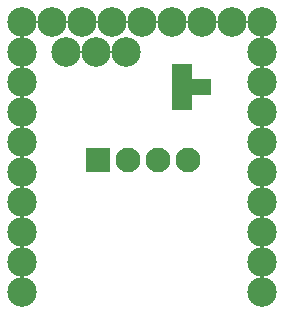
<source format=gbr>
G04 #@! TF.FileFunction,Soldermask,Top*
%FSLAX46Y46*%
G04 Gerber Fmt 4.6, Leading zero omitted, Abs format (unit mm)*
G04 Created by KiCad (PCBNEW 4.0.6) date 12/07/19 10:47:13*
%MOMM*%
%LPD*%
G01*
G04 APERTURE LIST*
%ADD10C,0.100000*%
%ADD11C,2.500000*%
%ADD12R,2.100000X2.100000*%
%ADD13C,2.100000*%
%ADD14R,1.670000X1.370000*%
G04 APERTURE END LIST*
D10*
D11*
X161581000Y-67845000D03*
X161581000Y-70385000D03*
X161581000Y-72925000D03*
X161581000Y-75465000D03*
X161581000Y-78005000D03*
X161581000Y-80545000D03*
X161581000Y-83085000D03*
X161581000Y-85625000D03*
X161581000Y-88165000D03*
X161581000Y-65305000D03*
X159041000Y-65305000D03*
X156501000Y-65305000D03*
X153961000Y-65305000D03*
X151421000Y-65305000D03*
X148881000Y-65305000D03*
X146341000Y-65305000D03*
X143801000Y-65305000D03*
X141261000Y-65305000D03*
X141261000Y-67845000D03*
X141261000Y-70385000D03*
X141261000Y-72925000D03*
X141261000Y-75465000D03*
X141261000Y-78005000D03*
X141261000Y-80545000D03*
X141261000Y-83085000D03*
X141261000Y-85625000D03*
X141261000Y-88165000D03*
D12*
X147711000Y-77025000D03*
D13*
X150251000Y-77025000D03*
X152791000Y-77025000D03*
X155331000Y-77025000D03*
D11*
X145061000Y-67875000D03*
X147601000Y-67875000D03*
X150141000Y-67875000D03*
D14*
X154886000Y-72070000D03*
X154886000Y-70800000D03*
X154886000Y-69530000D03*
X156436000Y-70800000D03*
M02*

</source>
